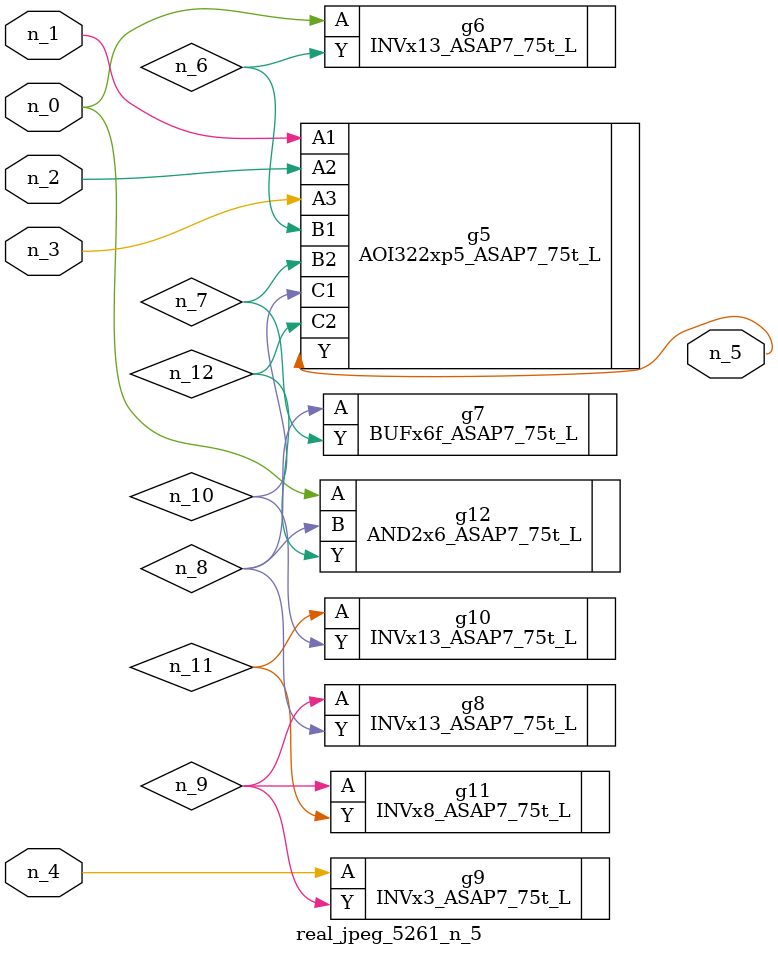
<source format=v>
module real_jpeg_5261_n_5 (n_4, n_0, n_1, n_2, n_3, n_5);

input n_4;
input n_0;
input n_1;
input n_2;
input n_3;

output n_5;

wire n_12;
wire n_8;
wire n_11;
wire n_6;
wire n_7;
wire n_10;
wire n_9;

INVx13_ASAP7_75t_L g6 ( 
.A(n_0),
.Y(n_6)
);

AND2x6_ASAP7_75t_L g12 ( 
.A(n_0),
.B(n_8),
.Y(n_12)
);

AOI322xp5_ASAP7_75t_L g5 ( 
.A1(n_1),
.A2(n_2),
.A3(n_3),
.B1(n_6),
.B2(n_7),
.C1(n_10),
.C2(n_12),
.Y(n_5)
);

INVx3_ASAP7_75t_L g9 ( 
.A(n_4),
.Y(n_9)
);

BUFx6f_ASAP7_75t_L g7 ( 
.A(n_8),
.Y(n_7)
);

INVx13_ASAP7_75t_L g8 ( 
.A(n_9),
.Y(n_8)
);

INVx8_ASAP7_75t_L g11 ( 
.A(n_9),
.Y(n_11)
);

INVx13_ASAP7_75t_L g10 ( 
.A(n_11),
.Y(n_10)
);


endmodule
</source>
